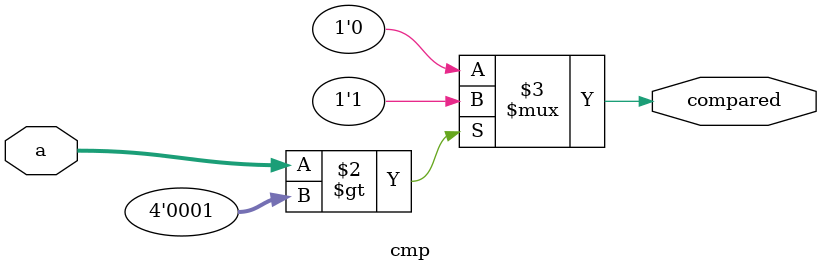
<source format=v>
`timescale 1ns / 1ps

module cmp(
    
    input wire [3:0] a,
    output reg compared    
    );
    
    always@(a)
        begin
            compared <= 0;
            if(a > 4'b0001)
                compared <= 1;
        end    
endmodule

</source>
